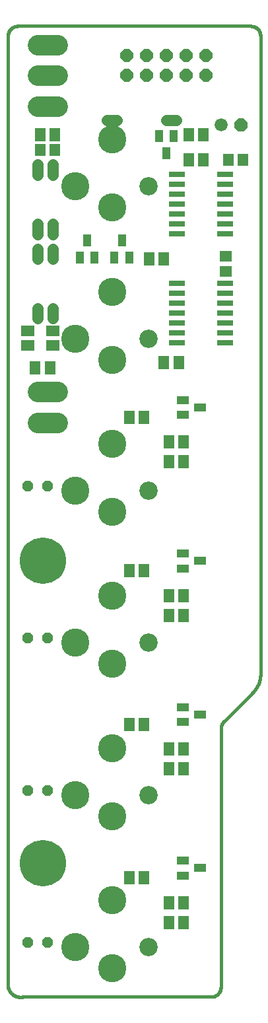
<source format=gts>
G75*
%MOIN*%
%OFA0B0*%
%FSLAX25Y25*%
%IPPOS*%
%LPD*%
%AMOC8*
5,1,8,0,0,1.08239X$1,22.5*
%
%ADD10C,0.01600*%
%ADD11R,0.05518X0.06699*%
%ADD12C,0.05600*%
%ADD13R,0.06699X0.05518*%
%ADD14R,0.04337X0.05912*%
%ADD15R,0.08400X0.03000*%
%ADD16R,0.05518X0.06306*%
%ADD17R,0.05912X0.04337*%
%ADD18C,0.14243*%
%ADD19C,0.09258*%
%ADD20OC8,0.06600*%
%ADD21C,0.06600*%
%ADD22R,0.06306X0.05518*%
%ADD23C,0.23400*%
%ADD24OC8,0.05600*%
%ADD25C,0.10439*%
%ADD26OC8,0.06400*%
D10*
X0002988Y0006924D02*
X0002988Y0486924D01*
X0002990Y0487063D01*
X0002996Y0487202D01*
X0003006Y0487341D01*
X0003019Y0487479D01*
X0003037Y0487617D01*
X0003058Y0487755D01*
X0003083Y0487892D01*
X0003112Y0488028D01*
X0003145Y0488163D01*
X0003182Y0488297D01*
X0003222Y0488431D01*
X0003266Y0488563D01*
X0003314Y0488693D01*
X0003366Y0488822D01*
X0003421Y0488950D01*
X0003479Y0489076D01*
X0003541Y0489201D01*
X0003607Y0489324D01*
X0003676Y0489445D01*
X0003748Y0489563D01*
X0003824Y0489680D01*
X0003903Y0489795D01*
X0003985Y0489907D01*
X0004070Y0490017D01*
X0004159Y0490125D01*
X0004250Y0490230D01*
X0004344Y0490332D01*
X0004441Y0490432D01*
X0004541Y0490529D01*
X0004643Y0490623D01*
X0004748Y0490714D01*
X0004856Y0490803D01*
X0004966Y0490888D01*
X0005078Y0490970D01*
X0005193Y0491049D01*
X0005310Y0491125D01*
X0005428Y0491197D01*
X0005549Y0491266D01*
X0005672Y0491332D01*
X0005797Y0491394D01*
X0005923Y0491452D01*
X0006051Y0491507D01*
X0006180Y0491559D01*
X0006310Y0491607D01*
X0006442Y0491651D01*
X0006576Y0491691D01*
X0006710Y0491728D01*
X0006845Y0491761D01*
X0006981Y0491790D01*
X0007118Y0491815D01*
X0007256Y0491836D01*
X0007394Y0491854D01*
X0007532Y0491867D01*
X0007671Y0491877D01*
X0007810Y0491883D01*
X0007949Y0491885D01*
X0007949Y0491884D02*
X0125488Y0491884D01*
X0125628Y0491882D01*
X0125768Y0491876D01*
X0125908Y0491866D01*
X0126048Y0491853D01*
X0126187Y0491835D01*
X0126326Y0491813D01*
X0126463Y0491788D01*
X0126601Y0491759D01*
X0126737Y0491726D01*
X0126872Y0491689D01*
X0127006Y0491648D01*
X0127139Y0491603D01*
X0127271Y0491555D01*
X0127401Y0491503D01*
X0127530Y0491448D01*
X0127657Y0491389D01*
X0127783Y0491326D01*
X0127907Y0491260D01*
X0128028Y0491191D01*
X0128148Y0491118D01*
X0128266Y0491041D01*
X0128381Y0490962D01*
X0128495Y0490879D01*
X0128605Y0490793D01*
X0128714Y0490704D01*
X0128820Y0490612D01*
X0128923Y0490517D01*
X0129024Y0490420D01*
X0129121Y0490319D01*
X0129216Y0490216D01*
X0129308Y0490110D01*
X0129397Y0490001D01*
X0129483Y0489891D01*
X0129566Y0489777D01*
X0129645Y0489662D01*
X0129722Y0489544D01*
X0129795Y0489424D01*
X0129864Y0489303D01*
X0129930Y0489179D01*
X0129993Y0489053D01*
X0130052Y0488926D01*
X0130107Y0488797D01*
X0130159Y0488667D01*
X0130207Y0488535D01*
X0130252Y0488402D01*
X0130293Y0488268D01*
X0130330Y0488133D01*
X0130363Y0487997D01*
X0130392Y0487859D01*
X0130417Y0487722D01*
X0130439Y0487583D01*
X0130457Y0487444D01*
X0130470Y0487304D01*
X0130480Y0487164D01*
X0130486Y0487024D01*
X0130488Y0486884D01*
X0130488Y0164424D01*
X0126221Y0155156D02*
X0112256Y0141192D01*
X0110488Y0136924D02*
X0110488Y0006924D01*
X0110486Y0006784D01*
X0110480Y0006644D01*
X0110470Y0006504D01*
X0110457Y0006364D01*
X0110439Y0006225D01*
X0110417Y0006086D01*
X0110392Y0005949D01*
X0110363Y0005811D01*
X0110330Y0005675D01*
X0110293Y0005540D01*
X0110252Y0005406D01*
X0110207Y0005273D01*
X0110159Y0005141D01*
X0110107Y0005011D01*
X0110052Y0004882D01*
X0109993Y0004755D01*
X0109930Y0004629D01*
X0109864Y0004505D01*
X0109795Y0004384D01*
X0109722Y0004264D01*
X0109645Y0004146D01*
X0109566Y0004031D01*
X0109483Y0003917D01*
X0109397Y0003807D01*
X0109308Y0003698D01*
X0109216Y0003592D01*
X0109121Y0003489D01*
X0109024Y0003388D01*
X0108923Y0003291D01*
X0108820Y0003196D01*
X0108714Y0003104D01*
X0108605Y0003015D01*
X0108495Y0002929D01*
X0108381Y0002846D01*
X0108266Y0002767D01*
X0108148Y0002690D01*
X0108028Y0002617D01*
X0107907Y0002548D01*
X0107783Y0002482D01*
X0107657Y0002419D01*
X0107530Y0002360D01*
X0107401Y0002305D01*
X0107271Y0002253D01*
X0107139Y0002205D01*
X0107006Y0002160D01*
X0106872Y0002119D01*
X0106737Y0002082D01*
X0106601Y0002049D01*
X0106463Y0002020D01*
X0106326Y0001995D01*
X0106187Y0001973D01*
X0106048Y0001955D01*
X0105908Y0001942D01*
X0105768Y0001932D01*
X0105628Y0001926D01*
X0105488Y0001924D01*
X0010488Y0001924D01*
X0010332Y0001895D01*
X0010175Y0001869D01*
X0010017Y0001848D01*
X0009860Y0001830D01*
X0009701Y0001817D01*
X0009543Y0001807D01*
X0009384Y0001802D01*
X0009225Y0001800D01*
X0009066Y0001802D01*
X0008907Y0001809D01*
X0008749Y0001819D01*
X0008590Y0001833D01*
X0008432Y0001851D01*
X0008275Y0001873D01*
X0008118Y0001899D01*
X0007962Y0001929D01*
X0007807Y0001963D01*
X0007652Y0002000D01*
X0007499Y0002042D01*
X0007347Y0002087D01*
X0007195Y0002136D01*
X0007046Y0002189D01*
X0006897Y0002245D01*
X0006750Y0002306D01*
X0006604Y0002370D01*
X0006461Y0002437D01*
X0006318Y0002508D01*
X0006178Y0002583D01*
X0006040Y0002661D01*
X0005903Y0002742D01*
X0005769Y0002827D01*
X0005637Y0002915D01*
X0005507Y0003006D01*
X0005379Y0003101D01*
X0005254Y0003199D01*
X0005131Y0003300D01*
X0005011Y0003404D01*
X0004893Y0003511D01*
X0004778Y0003620D01*
X0004666Y0003733D01*
X0004557Y0003848D01*
X0004450Y0003966D01*
X0004347Y0004087D01*
X0004246Y0004210D01*
X0004149Y0004336D01*
X0004055Y0004464D01*
X0003964Y0004594D01*
X0003877Y0004727D01*
X0003792Y0004862D01*
X0003711Y0004998D01*
X0003634Y0005137D01*
X0003560Y0005278D01*
X0003490Y0005420D01*
X0003423Y0005564D01*
X0003359Y0005710D01*
X0003300Y0005858D01*
X0003244Y0006006D01*
X0003192Y0006156D01*
X0003143Y0006308D01*
X0003099Y0006460D01*
X0003058Y0006614D01*
X0003021Y0006769D01*
X0002988Y0006924D01*
X0110488Y0136924D02*
X0110490Y0137077D01*
X0110496Y0137230D01*
X0110505Y0137382D01*
X0110519Y0137535D01*
X0110536Y0137687D01*
X0110558Y0137838D01*
X0110583Y0137989D01*
X0110612Y0138139D01*
X0110644Y0138288D01*
X0110681Y0138437D01*
X0110721Y0138584D01*
X0110765Y0138731D01*
X0110812Y0138876D01*
X0110864Y0139020D01*
X0110919Y0139163D01*
X0110977Y0139304D01*
X0111039Y0139444D01*
X0111105Y0139582D01*
X0111174Y0139719D01*
X0111246Y0139853D01*
X0111322Y0139986D01*
X0111402Y0140117D01*
X0111484Y0140246D01*
X0111570Y0140372D01*
X0111659Y0140497D01*
X0111751Y0140619D01*
X0111846Y0140738D01*
X0111944Y0140856D01*
X0112045Y0140970D01*
X0112149Y0141083D01*
X0112256Y0141192D01*
X0126220Y0155157D02*
X0126451Y0155375D01*
X0126676Y0155598D01*
X0126895Y0155827D01*
X0127109Y0156061D01*
X0127318Y0156301D01*
X0127521Y0156545D01*
X0127718Y0156793D01*
X0127909Y0157047D01*
X0128093Y0157305D01*
X0128272Y0157567D01*
X0128444Y0157833D01*
X0128610Y0158104D01*
X0128770Y0158378D01*
X0128923Y0158656D01*
X0129069Y0158937D01*
X0129209Y0159222D01*
X0129341Y0159510D01*
X0129467Y0159802D01*
X0129586Y0160096D01*
X0129698Y0160393D01*
X0129802Y0160692D01*
X0129900Y0160994D01*
X0129990Y0161298D01*
X0130073Y0161605D01*
X0130149Y0161913D01*
X0130218Y0162222D01*
X0130279Y0162534D01*
X0130332Y0162846D01*
X0130378Y0163160D01*
X0130417Y0163475D01*
X0130448Y0163791D01*
X0130472Y0164107D01*
X0130488Y0164424D01*
D11*
X0091728Y0194424D03*
X0091728Y0204424D03*
X0084248Y0204424D03*
X0084248Y0194424D03*
X0071728Y0216924D03*
X0064248Y0216924D03*
X0084248Y0271924D03*
X0084248Y0281924D03*
X0091728Y0281924D03*
X0091728Y0271924D03*
X0089228Y0321924D03*
X0081748Y0321924D03*
X0071728Y0294424D03*
X0064248Y0294424D03*
X0074248Y0374424D03*
X0081728Y0374424D03*
X0094248Y0424424D03*
X0094248Y0436924D03*
X0101728Y0436924D03*
X0101728Y0424424D03*
X0026728Y0436924D03*
X0019248Y0436924D03*
X0016748Y0319424D03*
X0024228Y0319424D03*
X0064248Y0139424D03*
X0071728Y0139424D03*
X0084248Y0126924D03*
X0084248Y0116924D03*
X0091728Y0116924D03*
X0091728Y0126924D03*
X0071728Y0061924D03*
X0064248Y0061924D03*
X0084248Y0049424D03*
X0084248Y0039424D03*
X0091728Y0039424D03*
X0091728Y0049424D03*
D12*
X0025488Y0344324D02*
X0025488Y0349524D01*
X0017988Y0349524D02*
X0017988Y0344324D01*
X0017988Y0374324D02*
X0017988Y0379524D01*
X0017988Y0386824D02*
X0017988Y0392024D01*
X0025488Y0392024D02*
X0025488Y0386824D01*
X0025488Y0379524D02*
X0025488Y0374324D01*
X0025488Y0416824D02*
X0025488Y0422024D01*
X0017988Y0422024D02*
X0017988Y0416824D01*
X0052888Y0444424D02*
X0058088Y0444424D01*
X0082888Y0444424D02*
X0088088Y0444424D01*
D13*
X0025488Y0338164D03*
X0025488Y0330684D03*
X0012988Y0330684D03*
X0012988Y0338164D03*
D14*
X0039248Y0375093D03*
X0042988Y0383754D03*
X0046728Y0375093D03*
X0056748Y0375093D03*
X0060488Y0383754D03*
X0064228Y0375093D03*
X0082988Y0427593D03*
X0079248Y0436254D03*
X0086728Y0436254D03*
D15*
X0088388Y0416924D03*
X0088388Y0411924D03*
X0088388Y0406924D03*
X0088388Y0401924D03*
X0088388Y0396924D03*
X0088388Y0391924D03*
X0088388Y0386924D03*
X0088388Y0361924D03*
X0088388Y0356924D03*
X0088388Y0351924D03*
X0088388Y0346924D03*
X0088388Y0341924D03*
X0088388Y0336924D03*
X0088388Y0331924D03*
X0112588Y0331924D03*
X0112588Y0336924D03*
X0112588Y0341924D03*
X0112588Y0346924D03*
X0112588Y0351924D03*
X0112588Y0356924D03*
X0112588Y0361924D03*
X0112588Y0386924D03*
X0112588Y0391924D03*
X0112588Y0396924D03*
X0112588Y0401924D03*
X0112588Y0406924D03*
X0112588Y0411924D03*
X0112588Y0416924D03*
D16*
X0114248Y0424424D03*
X0121728Y0424424D03*
X0026728Y0429424D03*
X0019248Y0429424D03*
D17*
X0091158Y0303164D03*
X0091158Y0295684D03*
X0099819Y0299424D03*
X0091158Y0225664D03*
X0091158Y0218184D03*
X0099819Y0221924D03*
X0091158Y0148164D03*
X0091158Y0140684D03*
X0099819Y0144424D03*
X0091158Y0070664D03*
X0091158Y0063184D03*
X0099819Y0066924D03*
D18*
X0055488Y0050684D03*
X0055488Y0016432D03*
X0036984Y0027062D03*
X0055488Y0093203D03*
X0055488Y0127455D03*
X0055488Y0169975D03*
X0055488Y0204227D03*
X0055488Y0246747D03*
X0055488Y0280999D03*
X0055488Y0323518D03*
X0055488Y0357770D03*
X0055488Y0400290D03*
X0055488Y0434542D03*
X0036984Y0410920D03*
X0036984Y0334148D03*
X0036984Y0257377D03*
X0036984Y0180605D03*
X0036984Y0103833D03*
D19*
X0073992Y0103833D03*
X0073992Y0027062D03*
X0073992Y0180605D03*
X0073992Y0257377D03*
X0073992Y0334148D03*
X0073992Y0410920D03*
D20*
X0120488Y0441924D03*
D21*
X0110488Y0441924D03*
D22*
X0112988Y0375664D03*
X0112988Y0368184D03*
D23*
X0020488Y0221924D03*
X0020488Y0069424D03*
D24*
X0022988Y0106195D03*
X0012988Y0106195D03*
X0012988Y0182967D03*
X0022988Y0182967D03*
X0022988Y0259739D03*
X0012988Y0259739D03*
X0012988Y0029424D03*
X0022988Y0029424D03*
D25*
X0017969Y0291628D02*
X0028008Y0291628D01*
X0028008Y0307219D02*
X0017969Y0307219D01*
X0017969Y0451333D02*
X0028008Y0451333D01*
X0028008Y0466924D02*
X0017969Y0466924D01*
X0017969Y0482514D02*
X0028008Y0482514D01*
D26*
X0062988Y0476924D03*
X0062988Y0466924D03*
X0072988Y0466924D03*
X0072988Y0476924D03*
X0082988Y0476924D03*
X0082988Y0466924D03*
X0092988Y0466924D03*
X0092988Y0476924D03*
X0102988Y0476924D03*
X0102988Y0466924D03*
M02*

</source>
